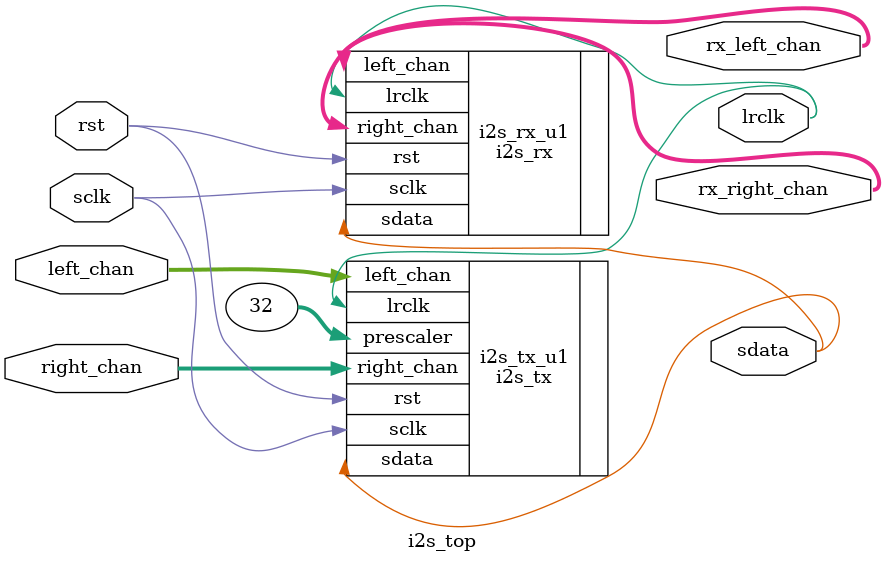
<source format=v>
module i2s_top(
    input sclk,
    input rst,
    input [31:0] left_chan,
	input [31:0] right_chan,
    output lrclk,
    output sdata,
    output [31:0] rx_left_chan,
	output [31:0] rx_right_chan
);

i2s_tx i2s_tx_u1(
    .sclk(sclk),
    .rst(rst),
    .prescaler(32'd32),
    .left_chan(left_chan),
    .right_chan(right_chan),
    .lrclk(lrclk),
    .sdata(sdata)
);

i2s_rx i2s_rx_u1(
    .sclk(sclk),
    .rst(rst),
    .lrclk(lrclk),
    .sdata(sdata),
	.left_chan(rx_left_chan),
	.right_chan(rx_right_chan)
);

endmodule 
</source>
